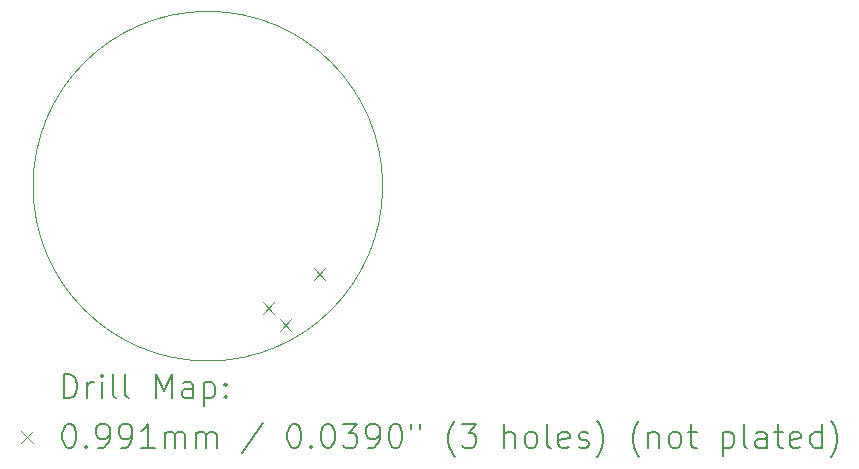
<source format=gbr>
%TF.GenerationSoftware,KiCad,Pcbnew,8.0.6*%
%TF.CreationDate,2025-07-21T23:47:09+02:00*%
%TF.ProjectId,STM32,53544d33-322e-46b6-9963-61645f706362,rev?*%
%TF.SameCoordinates,Original*%
%TF.FileFunction,Drillmap*%
%TF.FilePolarity,Positive*%
%FSLAX45Y45*%
G04 Gerber Fmt 4.5, Leading zero omitted, Abs format (unit mm)*
G04 Created by KiCad (PCBNEW 8.0.6) date 2025-07-21 23:47:09*
%MOMM*%
%LPD*%
G01*
G04 APERTURE LIST*
%ADD10C,0.050000*%
%ADD11C,0.200000*%
%ADD12C,0.100000*%
G04 APERTURE END LIST*
D10*
X15622000Y-8594000D02*
G75*
G02*
X12662000Y-8594000I-1480000J0D01*
G01*
X12662000Y-8594000D02*
G75*
G02*
X15622000Y-8594000I1480000J0D01*
G01*
D11*
D12*
X14606727Y-9575332D02*
X14705787Y-9674392D01*
X14705787Y-9575332D02*
X14606727Y-9674392D01*
X14750411Y-9719016D02*
X14849471Y-9818076D01*
X14849471Y-9719016D02*
X14750411Y-9818076D01*
X15037779Y-9287964D02*
X15136839Y-9387024D01*
X15136839Y-9287964D02*
X15037779Y-9387024D01*
D11*
X12920277Y-10387984D02*
X12920277Y-10187984D01*
X12920277Y-10187984D02*
X12967896Y-10187984D01*
X12967896Y-10187984D02*
X12996467Y-10197508D01*
X12996467Y-10197508D02*
X13015515Y-10216555D01*
X13015515Y-10216555D02*
X13025039Y-10235603D01*
X13025039Y-10235603D02*
X13034562Y-10273698D01*
X13034562Y-10273698D02*
X13034562Y-10302270D01*
X13034562Y-10302270D02*
X13025039Y-10340365D01*
X13025039Y-10340365D02*
X13015515Y-10359412D01*
X13015515Y-10359412D02*
X12996467Y-10378460D01*
X12996467Y-10378460D02*
X12967896Y-10387984D01*
X12967896Y-10387984D02*
X12920277Y-10387984D01*
X13120277Y-10387984D02*
X13120277Y-10254650D01*
X13120277Y-10292746D02*
X13129801Y-10273698D01*
X13129801Y-10273698D02*
X13139324Y-10264174D01*
X13139324Y-10264174D02*
X13158372Y-10254650D01*
X13158372Y-10254650D02*
X13177420Y-10254650D01*
X13244086Y-10387984D02*
X13244086Y-10254650D01*
X13244086Y-10187984D02*
X13234562Y-10197508D01*
X13234562Y-10197508D02*
X13244086Y-10207031D01*
X13244086Y-10207031D02*
X13253610Y-10197508D01*
X13253610Y-10197508D02*
X13244086Y-10187984D01*
X13244086Y-10187984D02*
X13244086Y-10207031D01*
X13367896Y-10387984D02*
X13348848Y-10378460D01*
X13348848Y-10378460D02*
X13339324Y-10359412D01*
X13339324Y-10359412D02*
X13339324Y-10187984D01*
X13472658Y-10387984D02*
X13453610Y-10378460D01*
X13453610Y-10378460D02*
X13444086Y-10359412D01*
X13444086Y-10359412D02*
X13444086Y-10187984D01*
X13701229Y-10387984D02*
X13701229Y-10187984D01*
X13701229Y-10187984D02*
X13767896Y-10330841D01*
X13767896Y-10330841D02*
X13834562Y-10187984D01*
X13834562Y-10187984D02*
X13834562Y-10387984D01*
X14015515Y-10387984D02*
X14015515Y-10283222D01*
X14015515Y-10283222D02*
X14005991Y-10264174D01*
X14005991Y-10264174D02*
X13986943Y-10254650D01*
X13986943Y-10254650D02*
X13948848Y-10254650D01*
X13948848Y-10254650D02*
X13929801Y-10264174D01*
X14015515Y-10378460D02*
X13996467Y-10387984D01*
X13996467Y-10387984D02*
X13948848Y-10387984D01*
X13948848Y-10387984D02*
X13929801Y-10378460D01*
X13929801Y-10378460D02*
X13920277Y-10359412D01*
X13920277Y-10359412D02*
X13920277Y-10340365D01*
X13920277Y-10340365D02*
X13929801Y-10321317D01*
X13929801Y-10321317D02*
X13948848Y-10311793D01*
X13948848Y-10311793D02*
X13996467Y-10311793D01*
X13996467Y-10311793D02*
X14015515Y-10302270D01*
X14110753Y-10254650D02*
X14110753Y-10454650D01*
X14110753Y-10264174D02*
X14129801Y-10254650D01*
X14129801Y-10254650D02*
X14167896Y-10254650D01*
X14167896Y-10254650D02*
X14186943Y-10264174D01*
X14186943Y-10264174D02*
X14196467Y-10273698D01*
X14196467Y-10273698D02*
X14205991Y-10292746D01*
X14205991Y-10292746D02*
X14205991Y-10349889D01*
X14205991Y-10349889D02*
X14196467Y-10368936D01*
X14196467Y-10368936D02*
X14186943Y-10378460D01*
X14186943Y-10378460D02*
X14167896Y-10387984D01*
X14167896Y-10387984D02*
X14129801Y-10387984D01*
X14129801Y-10387984D02*
X14110753Y-10378460D01*
X14291705Y-10368936D02*
X14301229Y-10378460D01*
X14301229Y-10378460D02*
X14291705Y-10387984D01*
X14291705Y-10387984D02*
X14282182Y-10378460D01*
X14282182Y-10378460D02*
X14291705Y-10368936D01*
X14291705Y-10368936D02*
X14291705Y-10387984D01*
X14291705Y-10264174D02*
X14301229Y-10273698D01*
X14301229Y-10273698D02*
X14291705Y-10283222D01*
X14291705Y-10283222D02*
X14282182Y-10273698D01*
X14282182Y-10273698D02*
X14291705Y-10264174D01*
X14291705Y-10264174D02*
X14291705Y-10283222D01*
D12*
X12560440Y-10666970D02*
X12659500Y-10766030D01*
X12659500Y-10666970D02*
X12560440Y-10766030D01*
D11*
X12958372Y-10607984D02*
X12977420Y-10607984D01*
X12977420Y-10607984D02*
X12996467Y-10617508D01*
X12996467Y-10617508D02*
X13005991Y-10627031D01*
X13005991Y-10627031D02*
X13015515Y-10646079D01*
X13015515Y-10646079D02*
X13025039Y-10684174D01*
X13025039Y-10684174D02*
X13025039Y-10731793D01*
X13025039Y-10731793D02*
X13015515Y-10769889D01*
X13015515Y-10769889D02*
X13005991Y-10788936D01*
X13005991Y-10788936D02*
X12996467Y-10798460D01*
X12996467Y-10798460D02*
X12977420Y-10807984D01*
X12977420Y-10807984D02*
X12958372Y-10807984D01*
X12958372Y-10807984D02*
X12939324Y-10798460D01*
X12939324Y-10798460D02*
X12929801Y-10788936D01*
X12929801Y-10788936D02*
X12920277Y-10769889D01*
X12920277Y-10769889D02*
X12910753Y-10731793D01*
X12910753Y-10731793D02*
X12910753Y-10684174D01*
X12910753Y-10684174D02*
X12920277Y-10646079D01*
X12920277Y-10646079D02*
X12929801Y-10627031D01*
X12929801Y-10627031D02*
X12939324Y-10617508D01*
X12939324Y-10617508D02*
X12958372Y-10607984D01*
X13110753Y-10788936D02*
X13120277Y-10798460D01*
X13120277Y-10798460D02*
X13110753Y-10807984D01*
X13110753Y-10807984D02*
X13101229Y-10798460D01*
X13101229Y-10798460D02*
X13110753Y-10788936D01*
X13110753Y-10788936D02*
X13110753Y-10807984D01*
X13215515Y-10807984D02*
X13253610Y-10807984D01*
X13253610Y-10807984D02*
X13272658Y-10798460D01*
X13272658Y-10798460D02*
X13282182Y-10788936D01*
X13282182Y-10788936D02*
X13301229Y-10760365D01*
X13301229Y-10760365D02*
X13310753Y-10722270D01*
X13310753Y-10722270D02*
X13310753Y-10646079D01*
X13310753Y-10646079D02*
X13301229Y-10627031D01*
X13301229Y-10627031D02*
X13291705Y-10617508D01*
X13291705Y-10617508D02*
X13272658Y-10607984D01*
X13272658Y-10607984D02*
X13234562Y-10607984D01*
X13234562Y-10607984D02*
X13215515Y-10617508D01*
X13215515Y-10617508D02*
X13205991Y-10627031D01*
X13205991Y-10627031D02*
X13196467Y-10646079D01*
X13196467Y-10646079D02*
X13196467Y-10693698D01*
X13196467Y-10693698D02*
X13205991Y-10712746D01*
X13205991Y-10712746D02*
X13215515Y-10722270D01*
X13215515Y-10722270D02*
X13234562Y-10731793D01*
X13234562Y-10731793D02*
X13272658Y-10731793D01*
X13272658Y-10731793D02*
X13291705Y-10722270D01*
X13291705Y-10722270D02*
X13301229Y-10712746D01*
X13301229Y-10712746D02*
X13310753Y-10693698D01*
X13405991Y-10807984D02*
X13444086Y-10807984D01*
X13444086Y-10807984D02*
X13463134Y-10798460D01*
X13463134Y-10798460D02*
X13472658Y-10788936D01*
X13472658Y-10788936D02*
X13491705Y-10760365D01*
X13491705Y-10760365D02*
X13501229Y-10722270D01*
X13501229Y-10722270D02*
X13501229Y-10646079D01*
X13501229Y-10646079D02*
X13491705Y-10627031D01*
X13491705Y-10627031D02*
X13482182Y-10617508D01*
X13482182Y-10617508D02*
X13463134Y-10607984D01*
X13463134Y-10607984D02*
X13425039Y-10607984D01*
X13425039Y-10607984D02*
X13405991Y-10617508D01*
X13405991Y-10617508D02*
X13396467Y-10627031D01*
X13396467Y-10627031D02*
X13386943Y-10646079D01*
X13386943Y-10646079D02*
X13386943Y-10693698D01*
X13386943Y-10693698D02*
X13396467Y-10712746D01*
X13396467Y-10712746D02*
X13405991Y-10722270D01*
X13405991Y-10722270D02*
X13425039Y-10731793D01*
X13425039Y-10731793D02*
X13463134Y-10731793D01*
X13463134Y-10731793D02*
X13482182Y-10722270D01*
X13482182Y-10722270D02*
X13491705Y-10712746D01*
X13491705Y-10712746D02*
X13501229Y-10693698D01*
X13691705Y-10807984D02*
X13577420Y-10807984D01*
X13634562Y-10807984D02*
X13634562Y-10607984D01*
X13634562Y-10607984D02*
X13615515Y-10636555D01*
X13615515Y-10636555D02*
X13596467Y-10655603D01*
X13596467Y-10655603D02*
X13577420Y-10665127D01*
X13777420Y-10807984D02*
X13777420Y-10674650D01*
X13777420Y-10693698D02*
X13786943Y-10684174D01*
X13786943Y-10684174D02*
X13805991Y-10674650D01*
X13805991Y-10674650D02*
X13834563Y-10674650D01*
X13834563Y-10674650D02*
X13853610Y-10684174D01*
X13853610Y-10684174D02*
X13863134Y-10703222D01*
X13863134Y-10703222D02*
X13863134Y-10807984D01*
X13863134Y-10703222D02*
X13872658Y-10684174D01*
X13872658Y-10684174D02*
X13891705Y-10674650D01*
X13891705Y-10674650D02*
X13920277Y-10674650D01*
X13920277Y-10674650D02*
X13939324Y-10684174D01*
X13939324Y-10684174D02*
X13948848Y-10703222D01*
X13948848Y-10703222D02*
X13948848Y-10807984D01*
X14044086Y-10807984D02*
X14044086Y-10674650D01*
X14044086Y-10693698D02*
X14053610Y-10684174D01*
X14053610Y-10684174D02*
X14072658Y-10674650D01*
X14072658Y-10674650D02*
X14101229Y-10674650D01*
X14101229Y-10674650D02*
X14120277Y-10684174D01*
X14120277Y-10684174D02*
X14129801Y-10703222D01*
X14129801Y-10703222D02*
X14129801Y-10807984D01*
X14129801Y-10703222D02*
X14139324Y-10684174D01*
X14139324Y-10684174D02*
X14158372Y-10674650D01*
X14158372Y-10674650D02*
X14186943Y-10674650D01*
X14186943Y-10674650D02*
X14205991Y-10684174D01*
X14205991Y-10684174D02*
X14215515Y-10703222D01*
X14215515Y-10703222D02*
X14215515Y-10807984D01*
X14605991Y-10598460D02*
X14434563Y-10855603D01*
X14863134Y-10607984D02*
X14882182Y-10607984D01*
X14882182Y-10607984D02*
X14901229Y-10617508D01*
X14901229Y-10617508D02*
X14910753Y-10627031D01*
X14910753Y-10627031D02*
X14920277Y-10646079D01*
X14920277Y-10646079D02*
X14929801Y-10684174D01*
X14929801Y-10684174D02*
X14929801Y-10731793D01*
X14929801Y-10731793D02*
X14920277Y-10769889D01*
X14920277Y-10769889D02*
X14910753Y-10788936D01*
X14910753Y-10788936D02*
X14901229Y-10798460D01*
X14901229Y-10798460D02*
X14882182Y-10807984D01*
X14882182Y-10807984D02*
X14863134Y-10807984D01*
X14863134Y-10807984D02*
X14844086Y-10798460D01*
X14844086Y-10798460D02*
X14834563Y-10788936D01*
X14834563Y-10788936D02*
X14825039Y-10769889D01*
X14825039Y-10769889D02*
X14815515Y-10731793D01*
X14815515Y-10731793D02*
X14815515Y-10684174D01*
X14815515Y-10684174D02*
X14825039Y-10646079D01*
X14825039Y-10646079D02*
X14834563Y-10627031D01*
X14834563Y-10627031D02*
X14844086Y-10617508D01*
X14844086Y-10617508D02*
X14863134Y-10607984D01*
X15015515Y-10788936D02*
X15025039Y-10798460D01*
X15025039Y-10798460D02*
X15015515Y-10807984D01*
X15015515Y-10807984D02*
X15005991Y-10798460D01*
X15005991Y-10798460D02*
X15015515Y-10788936D01*
X15015515Y-10788936D02*
X15015515Y-10807984D01*
X15148848Y-10607984D02*
X15167896Y-10607984D01*
X15167896Y-10607984D02*
X15186944Y-10617508D01*
X15186944Y-10617508D02*
X15196467Y-10627031D01*
X15196467Y-10627031D02*
X15205991Y-10646079D01*
X15205991Y-10646079D02*
X15215515Y-10684174D01*
X15215515Y-10684174D02*
X15215515Y-10731793D01*
X15215515Y-10731793D02*
X15205991Y-10769889D01*
X15205991Y-10769889D02*
X15196467Y-10788936D01*
X15196467Y-10788936D02*
X15186944Y-10798460D01*
X15186944Y-10798460D02*
X15167896Y-10807984D01*
X15167896Y-10807984D02*
X15148848Y-10807984D01*
X15148848Y-10807984D02*
X15129801Y-10798460D01*
X15129801Y-10798460D02*
X15120277Y-10788936D01*
X15120277Y-10788936D02*
X15110753Y-10769889D01*
X15110753Y-10769889D02*
X15101229Y-10731793D01*
X15101229Y-10731793D02*
X15101229Y-10684174D01*
X15101229Y-10684174D02*
X15110753Y-10646079D01*
X15110753Y-10646079D02*
X15120277Y-10627031D01*
X15120277Y-10627031D02*
X15129801Y-10617508D01*
X15129801Y-10617508D02*
X15148848Y-10607984D01*
X15282182Y-10607984D02*
X15405991Y-10607984D01*
X15405991Y-10607984D02*
X15339325Y-10684174D01*
X15339325Y-10684174D02*
X15367896Y-10684174D01*
X15367896Y-10684174D02*
X15386944Y-10693698D01*
X15386944Y-10693698D02*
X15396467Y-10703222D01*
X15396467Y-10703222D02*
X15405991Y-10722270D01*
X15405991Y-10722270D02*
X15405991Y-10769889D01*
X15405991Y-10769889D02*
X15396467Y-10788936D01*
X15396467Y-10788936D02*
X15386944Y-10798460D01*
X15386944Y-10798460D02*
X15367896Y-10807984D01*
X15367896Y-10807984D02*
X15310753Y-10807984D01*
X15310753Y-10807984D02*
X15291706Y-10798460D01*
X15291706Y-10798460D02*
X15282182Y-10788936D01*
X15501229Y-10807984D02*
X15539325Y-10807984D01*
X15539325Y-10807984D02*
X15558372Y-10798460D01*
X15558372Y-10798460D02*
X15567896Y-10788936D01*
X15567896Y-10788936D02*
X15586944Y-10760365D01*
X15586944Y-10760365D02*
X15596467Y-10722270D01*
X15596467Y-10722270D02*
X15596467Y-10646079D01*
X15596467Y-10646079D02*
X15586944Y-10627031D01*
X15586944Y-10627031D02*
X15577420Y-10617508D01*
X15577420Y-10617508D02*
X15558372Y-10607984D01*
X15558372Y-10607984D02*
X15520277Y-10607984D01*
X15520277Y-10607984D02*
X15501229Y-10617508D01*
X15501229Y-10617508D02*
X15491706Y-10627031D01*
X15491706Y-10627031D02*
X15482182Y-10646079D01*
X15482182Y-10646079D02*
X15482182Y-10693698D01*
X15482182Y-10693698D02*
X15491706Y-10712746D01*
X15491706Y-10712746D02*
X15501229Y-10722270D01*
X15501229Y-10722270D02*
X15520277Y-10731793D01*
X15520277Y-10731793D02*
X15558372Y-10731793D01*
X15558372Y-10731793D02*
X15577420Y-10722270D01*
X15577420Y-10722270D02*
X15586944Y-10712746D01*
X15586944Y-10712746D02*
X15596467Y-10693698D01*
X15720277Y-10607984D02*
X15739325Y-10607984D01*
X15739325Y-10607984D02*
X15758372Y-10617508D01*
X15758372Y-10617508D02*
X15767896Y-10627031D01*
X15767896Y-10627031D02*
X15777420Y-10646079D01*
X15777420Y-10646079D02*
X15786944Y-10684174D01*
X15786944Y-10684174D02*
X15786944Y-10731793D01*
X15786944Y-10731793D02*
X15777420Y-10769889D01*
X15777420Y-10769889D02*
X15767896Y-10788936D01*
X15767896Y-10788936D02*
X15758372Y-10798460D01*
X15758372Y-10798460D02*
X15739325Y-10807984D01*
X15739325Y-10807984D02*
X15720277Y-10807984D01*
X15720277Y-10807984D02*
X15701229Y-10798460D01*
X15701229Y-10798460D02*
X15691706Y-10788936D01*
X15691706Y-10788936D02*
X15682182Y-10769889D01*
X15682182Y-10769889D02*
X15672658Y-10731793D01*
X15672658Y-10731793D02*
X15672658Y-10684174D01*
X15672658Y-10684174D02*
X15682182Y-10646079D01*
X15682182Y-10646079D02*
X15691706Y-10627031D01*
X15691706Y-10627031D02*
X15701229Y-10617508D01*
X15701229Y-10617508D02*
X15720277Y-10607984D01*
X15863134Y-10607984D02*
X15863134Y-10646079D01*
X15939325Y-10607984D02*
X15939325Y-10646079D01*
X16234563Y-10884174D02*
X16225039Y-10874650D01*
X16225039Y-10874650D02*
X16205991Y-10846079D01*
X16205991Y-10846079D02*
X16196468Y-10827031D01*
X16196468Y-10827031D02*
X16186944Y-10798460D01*
X16186944Y-10798460D02*
X16177420Y-10750841D01*
X16177420Y-10750841D02*
X16177420Y-10712746D01*
X16177420Y-10712746D02*
X16186944Y-10665127D01*
X16186944Y-10665127D02*
X16196468Y-10636555D01*
X16196468Y-10636555D02*
X16205991Y-10617508D01*
X16205991Y-10617508D02*
X16225039Y-10588936D01*
X16225039Y-10588936D02*
X16234563Y-10579412D01*
X16291706Y-10607984D02*
X16415515Y-10607984D01*
X16415515Y-10607984D02*
X16348848Y-10684174D01*
X16348848Y-10684174D02*
X16377420Y-10684174D01*
X16377420Y-10684174D02*
X16396468Y-10693698D01*
X16396468Y-10693698D02*
X16405991Y-10703222D01*
X16405991Y-10703222D02*
X16415515Y-10722270D01*
X16415515Y-10722270D02*
X16415515Y-10769889D01*
X16415515Y-10769889D02*
X16405991Y-10788936D01*
X16405991Y-10788936D02*
X16396468Y-10798460D01*
X16396468Y-10798460D02*
X16377420Y-10807984D01*
X16377420Y-10807984D02*
X16320277Y-10807984D01*
X16320277Y-10807984D02*
X16301229Y-10798460D01*
X16301229Y-10798460D02*
X16291706Y-10788936D01*
X16653610Y-10807984D02*
X16653610Y-10607984D01*
X16739325Y-10807984D02*
X16739325Y-10703222D01*
X16739325Y-10703222D02*
X16729801Y-10684174D01*
X16729801Y-10684174D02*
X16710753Y-10674650D01*
X16710753Y-10674650D02*
X16682182Y-10674650D01*
X16682182Y-10674650D02*
X16663134Y-10684174D01*
X16663134Y-10684174D02*
X16653610Y-10693698D01*
X16863134Y-10807984D02*
X16844087Y-10798460D01*
X16844087Y-10798460D02*
X16834563Y-10788936D01*
X16834563Y-10788936D02*
X16825039Y-10769889D01*
X16825039Y-10769889D02*
X16825039Y-10712746D01*
X16825039Y-10712746D02*
X16834563Y-10693698D01*
X16834563Y-10693698D02*
X16844087Y-10684174D01*
X16844087Y-10684174D02*
X16863134Y-10674650D01*
X16863134Y-10674650D02*
X16891706Y-10674650D01*
X16891706Y-10674650D02*
X16910753Y-10684174D01*
X16910753Y-10684174D02*
X16920277Y-10693698D01*
X16920277Y-10693698D02*
X16929801Y-10712746D01*
X16929801Y-10712746D02*
X16929801Y-10769889D01*
X16929801Y-10769889D02*
X16920277Y-10788936D01*
X16920277Y-10788936D02*
X16910753Y-10798460D01*
X16910753Y-10798460D02*
X16891706Y-10807984D01*
X16891706Y-10807984D02*
X16863134Y-10807984D01*
X17044087Y-10807984D02*
X17025039Y-10798460D01*
X17025039Y-10798460D02*
X17015515Y-10779412D01*
X17015515Y-10779412D02*
X17015515Y-10607984D01*
X17196468Y-10798460D02*
X17177420Y-10807984D01*
X17177420Y-10807984D02*
X17139325Y-10807984D01*
X17139325Y-10807984D02*
X17120277Y-10798460D01*
X17120277Y-10798460D02*
X17110753Y-10779412D01*
X17110753Y-10779412D02*
X17110753Y-10703222D01*
X17110753Y-10703222D02*
X17120277Y-10684174D01*
X17120277Y-10684174D02*
X17139325Y-10674650D01*
X17139325Y-10674650D02*
X17177420Y-10674650D01*
X17177420Y-10674650D02*
X17196468Y-10684174D01*
X17196468Y-10684174D02*
X17205992Y-10703222D01*
X17205992Y-10703222D02*
X17205992Y-10722270D01*
X17205992Y-10722270D02*
X17110753Y-10741317D01*
X17282182Y-10798460D02*
X17301230Y-10807984D01*
X17301230Y-10807984D02*
X17339325Y-10807984D01*
X17339325Y-10807984D02*
X17358373Y-10798460D01*
X17358373Y-10798460D02*
X17367896Y-10779412D01*
X17367896Y-10779412D02*
X17367896Y-10769889D01*
X17367896Y-10769889D02*
X17358373Y-10750841D01*
X17358373Y-10750841D02*
X17339325Y-10741317D01*
X17339325Y-10741317D02*
X17310753Y-10741317D01*
X17310753Y-10741317D02*
X17291706Y-10731793D01*
X17291706Y-10731793D02*
X17282182Y-10712746D01*
X17282182Y-10712746D02*
X17282182Y-10703222D01*
X17282182Y-10703222D02*
X17291706Y-10684174D01*
X17291706Y-10684174D02*
X17310753Y-10674650D01*
X17310753Y-10674650D02*
X17339325Y-10674650D01*
X17339325Y-10674650D02*
X17358373Y-10684174D01*
X17434563Y-10884174D02*
X17444087Y-10874650D01*
X17444087Y-10874650D02*
X17463134Y-10846079D01*
X17463134Y-10846079D02*
X17472658Y-10827031D01*
X17472658Y-10827031D02*
X17482182Y-10798460D01*
X17482182Y-10798460D02*
X17491706Y-10750841D01*
X17491706Y-10750841D02*
X17491706Y-10712746D01*
X17491706Y-10712746D02*
X17482182Y-10665127D01*
X17482182Y-10665127D02*
X17472658Y-10636555D01*
X17472658Y-10636555D02*
X17463134Y-10617508D01*
X17463134Y-10617508D02*
X17444087Y-10588936D01*
X17444087Y-10588936D02*
X17434563Y-10579412D01*
X17796468Y-10884174D02*
X17786944Y-10874650D01*
X17786944Y-10874650D02*
X17767896Y-10846079D01*
X17767896Y-10846079D02*
X17758373Y-10827031D01*
X17758373Y-10827031D02*
X17748849Y-10798460D01*
X17748849Y-10798460D02*
X17739325Y-10750841D01*
X17739325Y-10750841D02*
X17739325Y-10712746D01*
X17739325Y-10712746D02*
X17748849Y-10665127D01*
X17748849Y-10665127D02*
X17758373Y-10636555D01*
X17758373Y-10636555D02*
X17767896Y-10617508D01*
X17767896Y-10617508D02*
X17786944Y-10588936D01*
X17786944Y-10588936D02*
X17796468Y-10579412D01*
X17872658Y-10674650D02*
X17872658Y-10807984D01*
X17872658Y-10693698D02*
X17882182Y-10684174D01*
X17882182Y-10684174D02*
X17901230Y-10674650D01*
X17901230Y-10674650D02*
X17929801Y-10674650D01*
X17929801Y-10674650D02*
X17948849Y-10684174D01*
X17948849Y-10684174D02*
X17958373Y-10703222D01*
X17958373Y-10703222D02*
X17958373Y-10807984D01*
X18082182Y-10807984D02*
X18063134Y-10798460D01*
X18063134Y-10798460D02*
X18053611Y-10788936D01*
X18053611Y-10788936D02*
X18044087Y-10769889D01*
X18044087Y-10769889D02*
X18044087Y-10712746D01*
X18044087Y-10712746D02*
X18053611Y-10693698D01*
X18053611Y-10693698D02*
X18063134Y-10684174D01*
X18063134Y-10684174D02*
X18082182Y-10674650D01*
X18082182Y-10674650D02*
X18110754Y-10674650D01*
X18110754Y-10674650D02*
X18129801Y-10684174D01*
X18129801Y-10684174D02*
X18139325Y-10693698D01*
X18139325Y-10693698D02*
X18148849Y-10712746D01*
X18148849Y-10712746D02*
X18148849Y-10769889D01*
X18148849Y-10769889D02*
X18139325Y-10788936D01*
X18139325Y-10788936D02*
X18129801Y-10798460D01*
X18129801Y-10798460D02*
X18110754Y-10807984D01*
X18110754Y-10807984D02*
X18082182Y-10807984D01*
X18205992Y-10674650D02*
X18282182Y-10674650D01*
X18234563Y-10607984D02*
X18234563Y-10779412D01*
X18234563Y-10779412D02*
X18244087Y-10798460D01*
X18244087Y-10798460D02*
X18263134Y-10807984D01*
X18263134Y-10807984D02*
X18282182Y-10807984D01*
X18501230Y-10674650D02*
X18501230Y-10874650D01*
X18501230Y-10684174D02*
X18520277Y-10674650D01*
X18520277Y-10674650D02*
X18558373Y-10674650D01*
X18558373Y-10674650D02*
X18577420Y-10684174D01*
X18577420Y-10684174D02*
X18586944Y-10693698D01*
X18586944Y-10693698D02*
X18596468Y-10712746D01*
X18596468Y-10712746D02*
X18596468Y-10769889D01*
X18596468Y-10769889D02*
X18586944Y-10788936D01*
X18586944Y-10788936D02*
X18577420Y-10798460D01*
X18577420Y-10798460D02*
X18558373Y-10807984D01*
X18558373Y-10807984D02*
X18520277Y-10807984D01*
X18520277Y-10807984D02*
X18501230Y-10798460D01*
X18710754Y-10807984D02*
X18691706Y-10798460D01*
X18691706Y-10798460D02*
X18682182Y-10779412D01*
X18682182Y-10779412D02*
X18682182Y-10607984D01*
X18872658Y-10807984D02*
X18872658Y-10703222D01*
X18872658Y-10703222D02*
X18863135Y-10684174D01*
X18863135Y-10684174D02*
X18844087Y-10674650D01*
X18844087Y-10674650D02*
X18805992Y-10674650D01*
X18805992Y-10674650D02*
X18786944Y-10684174D01*
X18872658Y-10798460D02*
X18853611Y-10807984D01*
X18853611Y-10807984D02*
X18805992Y-10807984D01*
X18805992Y-10807984D02*
X18786944Y-10798460D01*
X18786944Y-10798460D02*
X18777420Y-10779412D01*
X18777420Y-10779412D02*
X18777420Y-10760365D01*
X18777420Y-10760365D02*
X18786944Y-10741317D01*
X18786944Y-10741317D02*
X18805992Y-10731793D01*
X18805992Y-10731793D02*
X18853611Y-10731793D01*
X18853611Y-10731793D02*
X18872658Y-10722270D01*
X18939325Y-10674650D02*
X19015515Y-10674650D01*
X18967896Y-10607984D02*
X18967896Y-10779412D01*
X18967896Y-10779412D02*
X18977420Y-10798460D01*
X18977420Y-10798460D02*
X18996468Y-10807984D01*
X18996468Y-10807984D02*
X19015515Y-10807984D01*
X19158373Y-10798460D02*
X19139325Y-10807984D01*
X19139325Y-10807984D02*
X19101230Y-10807984D01*
X19101230Y-10807984D02*
X19082182Y-10798460D01*
X19082182Y-10798460D02*
X19072658Y-10779412D01*
X19072658Y-10779412D02*
X19072658Y-10703222D01*
X19072658Y-10703222D02*
X19082182Y-10684174D01*
X19082182Y-10684174D02*
X19101230Y-10674650D01*
X19101230Y-10674650D02*
X19139325Y-10674650D01*
X19139325Y-10674650D02*
X19158373Y-10684174D01*
X19158373Y-10684174D02*
X19167896Y-10703222D01*
X19167896Y-10703222D02*
X19167896Y-10722270D01*
X19167896Y-10722270D02*
X19072658Y-10741317D01*
X19339325Y-10807984D02*
X19339325Y-10607984D01*
X19339325Y-10798460D02*
X19320277Y-10807984D01*
X19320277Y-10807984D02*
X19282182Y-10807984D01*
X19282182Y-10807984D02*
X19263135Y-10798460D01*
X19263135Y-10798460D02*
X19253611Y-10788936D01*
X19253611Y-10788936D02*
X19244087Y-10769889D01*
X19244087Y-10769889D02*
X19244087Y-10712746D01*
X19244087Y-10712746D02*
X19253611Y-10693698D01*
X19253611Y-10693698D02*
X19263135Y-10684174D01*
X19263135Y-10684174D02*
X19282182Y-10674650D01*
X19282182Y-10674650D02*
X19320277Y-10674650D01*
X19320277Y-10674650D02*
X19339325Y-10684174D01*
X19415516Y-10884174D02*
X19425039Y-10874650D01*
X19425039Y-10874650D02*
X19444087Y-10846079D01*
X19444087Y-10846079D02*
X19453611Y-10827031D01*
X19453611Y-10827031D02*
X19463135Y-10798460D01*
X19463135Y-10798460D02*
X19472658Y-10750841D01*
X19472658Y-10750841D02*
X19472658Y-10712746D01*
X19472658Y-10712746D02*
X19463135Y-10665127D01*
X19463135Y-10665127D02*
X19453611Y-10636555D01*
X19453611Y-10636555D02*
X19444087Y-10617508D01*
X19444087Y-10617508D02*
X19425039Y-10588936D01*
X19425039Y-10588936D02*
X19415516Y-10579412D01*
M02*

</source>
